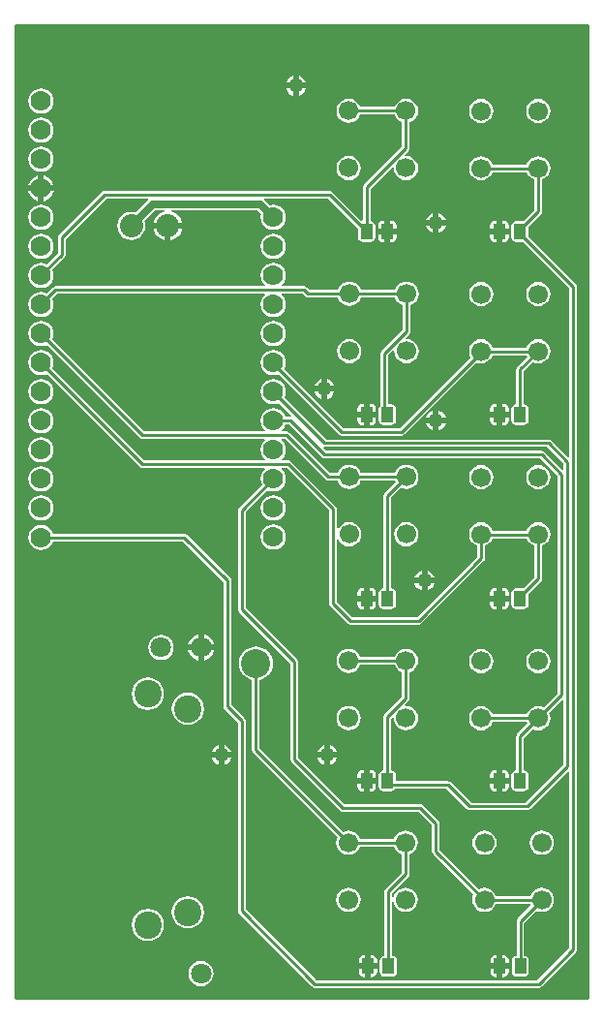
<source format=gtl>
G04*
G04 #@! TF.GenerationSoftware,Altium Limited,Altium Designer,19.1.8 (144)*
G04*
G04 Layer_Physical_Order=1*
G04 Layer_Color=255*
%FSLAX25Y25*%
%MOIN*%
G70*
G01*
G75*
%ADD10C,0.01000*%
G04:AMPARAMS|DCode=14|XSize=55mil|YSize=43mil|CornerRadius=7.96mil|HoleSize=0mil|Usage=FLASHONLY|Rotation=270.000|XOffset=0mil|YOffset=0mil|HoleType=Round|Shape=RoundedRectangle|*
%AMROUNDEDRECTD14*
21,1,0.05500,0.02709,0,0,270.0*
21,1,0.03909,0.04300,0,0,270.0*
1,1,0.01591,-0.01355,-0.01955*
1,1,0.01591,-0.01355,0.01955*
1,1,0.01591,0.01355,0.01955*
1,1,0.01591,0.01355,-0.01955*
%
%ADD14ROUNDEDRECTD14*%
%ADD23C,0.02500*%
%ADD24C,0.06693*%
%ADD25C,0.08000*%
%ADD26C,0.09449*%
%ADD27C,0.07087*%
%ADD28C,0.07000*%
%ADD29C,0.05000*%
%ADD30C,0.10000*%
G36*
X590551Y393701D02*
X393701D01*
Y728346D01*
X590551D01*
Y393701D01*
D02*
G37*
%LPC*%
G36*
X491157Y711051D02*
Y708677D01*
X493532D01*
X493215Y709442D01*
X492654Y710173D01*
X491923Y710734D01*
X491157Y711051D01*
D02*
G37*
G36*
X489157D02*
X488392Y710734D01*
X487661Y710173D01*
X487100Y709442D01*
X486783Y708677D01*
X489157D01*
Y711051D01*
D02*
G37*
G36*
X493532Y706677D02*
X491157D01*
Y704303D01*
X491923Y704620D01*
X492654Y705181D01*
X493215Y705912D01*
X493532Y706677D01*
D02*
G37*
G36*
X489157D02*
X486783D01*
X487100Y705912D01*
X487661Y705181D01*
X488392Y704620D01*
X489157Y704303D01*
Y706677D01*
D02*
G37*
G36*
X528051Y703198D02*
X526969Y703055D01*
X525960Y702638D01*
X525094Y701973D01*
X524429Y701107D01*
X524112Y700341D01*
X512305D01*
X511988Y701107D01*
X511323Y701973D01*
X510457Y702638D01*
X509449Y703055D01*
X508366Y703198D01*
X507284Y703055D01*
X506275Y702638D01*
X505409Y701973D01*
X504744Y701107D01*
X504326Y700098D01*
X504184Y699016D01*
X504326Y697933D01*
X504744Y696925D01*
X505409Y696059D01*
X506275Y695394D01*
X507284Y694976D01*
X508366Y694834D01*
X509449Y694976D01*
X510457Y695394D01*
X511323Y696059D01*
X511988Y696925D01*
X512305Y697690D01*
X524112D01*
X524429Y696925D01*
X525094Y696059D01*
X525960Y695394D01*
X526726Y695077D01*
Y686734D01*
X513623Y673631D01*
X513336Y673201D01*
X513235Y672694D01*
Y661387D01*
X512735Y661180D01*
X502702Y671213D01*
X502272Y671500D01*
X501765Y671601D01*
X424213D01*
X423705Y671500D01*
X423275Y671213D01*
X408512Y656449D01*
X408224Y656019D01*
X408123Y655512D01*
Y649959D01*
X404328Y646163D01*
X403485Y646512D01*
X402362Y646660D01*
X401240Y646512D01*
X400194Y646079D01*
X399295Y645390D01*
X398606Y644491D01*
X398173Y643445D01*
X398025Y642323D01*
X398173Y641200D01*
X398606Y640154D01*
X399295Y639256D01*
X400194Y638567D01*
X401240Y638133D01*
X402362Y637986D01*
X403485Y638133D01*
X404531Y638567D01*
X405429Y639256D01*
X406118Y640154D01*
X406552Y641200D01*
X406699Y642323D01*
X406552Y643445D01*
X406202Y644288D01*
X410386Y648472D01*
X410673Y648902D01*
X410774Y649409D01*
Y654963D01*
X424762Y668950D01*
X439380D01*
X439531Y668450D01*
X439467Y668407D01*
X439467Y668407D01*
X435048Y663988D01*
X434718Y664125D01*
X433465Y664290D01*
X432211Y664125D01*
X431044Y663642D01*
X430041Y662872D01*
X429272Y661869D01*
X428788Y660702D01*
X428623Y659449D01*
X428788Y658196D01*
X429272Y657028D01*
X430041Y656025D01*
X431044Y655256D01*
X432211Y654772D01*
X433465Y654607D01*
X434718Y654772D01*
X435885Y655256D01*
X436888Y656025D01*
X437657Y657028D01*
X438141Y658196D01*
X438306Y659449D01*
X438141Y660702D01*
X438004Y661032D01*
X441811Y664839D01*
X444868D01*
X444901Y664339D01*
X444758Y664320D01*
X443541Y663816D01*
X442497Y663015D01*
X441695Y661970D01*
X441192Y660754D01*
X441152Y660449D01*
X450975D01*
X450934Y660754D01*
X450430Y661970D01*
X449629Y663015D01*
X448585Y663816D01*
X447368Y664320D01*
X447225Y664339D01*
X447258Y664839D01*
X476890D01*
X478205Y663524D01*
X478173Y663445D01*
X478025Y662323D01*
X478173Y661200D01*
X478606Y660154D01*
X479295Y659256D01*
X480194Y658567D01*
X481240Y658134D01*
X482362Y657986D01*
X483485Y658134D01*
X484531Y658567D01*
X485429Y659256D01*
X486118Y660154D01*
X486552Y661200D01*
X486699Y662323D01*
X486552Y663445D01*
X486118Y664491D01*
X485429Y665390D01*
X484531Y666079D01*
X483485Y666512D01*
X482362Y666660D01*
X481240Y666512D01*
X481161Y666480D01*
X479234Y668407D01*
X479170Y668450D01*
X479321Y668950D01*
X501216D01*
X511555Y658611D01*
X511579Y658595D01*
Y655526D01*
X511703Y654903D01*
X512055Y654376D01*
X512583Y654023D01*
X513206Y653899D01*
X515915D01*
X516537Y654023D01*
X517065Y654376D01*
X517418Y654903D01*
X517542Y655526D01*
Y659435D01*
X517418Y660057D01*
X517065Y660585D01*
X516537Y660938D01*
X515915Y661062D01*
X515886D01*
Y672145D01*
X523440Y679699D01*
X523888Y679478D01*
X523869Y679331D01*
X524012Y678248D01*
X524429Y677240D01*
X525094Y676373D01*
X525960Y675709D01*
X526969Y675291D01*
X528051Y675148D01*
X529134Y675291D01*
X530142Y675709D01*
X531008Y676373D01*
X531673Y677240D01*
X532091Y678248D01*
X532233Y679331D01*
X532091Y680413D01*
X531673Y681422D01*
X531008Y682288D01*
X530142Y682953D01*
X529134Y683370D01*
X528051Y683513D01*
X527904Y683494D01*
X527683Y683942D01*
X528988Y685247D01*
X529276Y685677D01*
X529377Y686185D01*
Y695077D01*
X530142Y695394D01*
X531008Y696059D01*
X531673Y696925D01*
X532091Y697933D01*
X532233Y699016D01*
X532091Y700098D01*
X531673Y701107D01*
X531008Y701973D01*
X530142Y702638D01*
X529134Y703055D01*
X528051Y703198D01*
D02*
G37*
G36*
X402362Y706660D02*
X401240Y706512D01*
X400194Y706079D01*
X399295Y705390D01*
X398606Y704491D01*
X398173Y703445D01*
X398025Y702323D01*
X398173Y701200D01*
X398606Y700154D01*
X399295Y699256D01*
X400194Y698567D01*
X401240Y698134D01*
X402362Y697986D01*
X403485Y698134D01*
X404531Y698567D01*
X405429Y699256D01*
X406118Y700154D01*
X406552Y701200D01*
X406699Y702323D01*
X406552Y703445D01*
X406118Y704491D01*
X405429Y705390D01*
X404531Y706079D01*
X403485Y706512D01*
X402362Y706660D01*
D02*
G37*
G36*
X573622Y703133D02*
X572540Y702991D01*
X571531Y702573D01*
X570665Y701908D01*
X570000Y701042D01*
X569582Y700034D01*
X569440Y698951D01*
X569582Y697869D01*
X570000Y696860D01*
X570665Y695994D01*
X571531Y695329D01*
X572540Y694911D01*
X573622Y694769D01*
X574705Y694911D01*
X575713Y695329D01*
X576579Y695994D01*
X577244Y696860D01*
X577662Y697869D01*
X577804Y698951D01*
X577662Y700034D01*
X577244Y701042D01*
X576579Y701908D01*
X575713Y702573D01*
X574705Y702991D01*
X573622Y703133D01*
D02*
G37*
G36*
X553937D02*
X552855Y702991D01*
X551846Y702573D01*
X550980Y701908D01*
X550315Y701042D01*
X549897Y700034D01*
X549755Y698951D01*
X549897Y697869D01*
X550315Y696860D01*
X550980Y695994D01*
X551846Y695329D01*
X552855Y694911D01*
X553937Y694769D01*
X555019Y694911D01*
X556028Y695329D01*
X556894Y695994D01*
X557559Y696860D01*
X557977Y697869D01*
X558119Y698951D01*
X557977Y700034D01*
X557559Y701042D01*
X556894Y701908D01*
X556028Y702573D01*
X555019Y702991D01*
X553937Y703133D01*
D02*
G37*
G36*
X402362Y696660D02*
X401240Y696512D01*
X400194Y696079D01*
X399295Y695390D01*
X398606Y694491D01*
X398173Y693445D01*
X398025Y692323D01*
X398173Y691200D01*
X398606Y690154D01*
X399295Y689256D01*
X400194Y688567D01*
X401240Y688133D01*
X402362Y687986D01*
X403485Y688133D01*
X404531Y688567D01*
X405429Y689256D01*
X406118Y690154D01*
X406552Y691200D01*
X406699Y692323D01*
X406552Y693445D01*
X406118Y694491D01*
X405429Y695390D01*
X404531Y696079D01*
X403485Y696512D01*
X402362Y696660D01*
D02*
G37*
G36*
X573622Y683448D02*
X572540Y683306D01*
X571531Y682888D01*
X570665Y682223D01*
X570000Y681357D01*
X569683Y680592D01*
X557876D01*
X557559Y681357D01*
X556894Y682223D01*
X556028Y682888D01*
X555019Y683306D01*
X553937Y683448D01*
X552855Y683306D01*
X551846Y682888D01*
X550980Y682223D01*
X550315Y681357D01*
X549897Y680349D01*
X549755Y679266D01*
X549897Y678184D01*
X550315Y677175D01*
X550980Y676309D01*
X551846Y675644D01*
X552855Y675226D01*
X553937Y675084D01*
X555019Y675226D01*
X556028Y675644D01*
X556894Y676309D01*
X557559Y677175D01*
X557876Y677941D01*
X569683D01*
X570000Y677175D01*
X570665Y676309D01*
X571531Y675644D01*
X572296Y675327D01*
Y664915D01*
X568443Y661062D01*
X565982D01*
X565359Y660938D01*
X564831Y660585D01*
X564479Y660057D01*
X564355Y659435D01*
Y655526D01*
X564479Y654903D01*
X564831Y654376D01*
X565359Y654023D01*
X565982Y653899D01*
X568443D01*
X584304Y638038D01*
Y580071D01*
X583843Y579879D01*
X578139Y585583D01*
X577709Y585870D01*
X577202Y585971D01*
X500588D01*
X486202Y600357D01*
X486552Y601200D01*
X486699Y602323D01*
X486552Y603445D01*
X486118Y604491D01*
X485429Y605390D01*
X484531Y606079D01*
X483485Y606512D01*
X482362Y606660D01*
X481240Y606512D01*
X480194Y606079D01*
X479295Y605390D01*
X478606Y604491D01*
X478173Y603445D01*
X478025Y602323D01*
X478173Y601200D01*
X478606Y600154D01*
X479295Y599256D01*
X480194Y598567D01*
X481240Y598134D01*
X482362Y597986D01*
X483485Y598134D01*
X484328Y598483D01*
X488719Y594092D01*
X488472Y593631D01*
X488386Y593648D01*
X486468D01*
X486118Y594491D01*
X485429Y595390D01*
X484531Y596079D01*
X483485Y596512D01*
X482362Y596660D01*
X481240Y596512D01*
X480194Y596079D01*
X479295Y595390D01*
X478606Y594491D01*
X478173Y593445D01*
X478025Y592323D01*
X478173Y591200D01*
X478606Y590154D01*
X479295Y589256D01*
X479470Y589122D01*
X479310Y588648D01*
X437911D01*
X406202Y620357D01*
X406552Y621200D01*
X406699Y622323D01*
X406552Y623445D01*
X406118Y624491D01*
X405429Y625390D01*
X404531Y626079D01*
X403485Y626512D01*
X402362Y626660D01*
X401240Y626512D01*
X400194Y626079D01*
X399295Y625390D01*
X398606Y624491D01*
X398173Y623445D01*
X398025Y622323D01*
X398173Y621200D01*
X398606Y620154D01*
X399295Y619256D01*
X400194Y618567D01*
X401240Y618133D01*
X402362Y617986D01*
X403485Y618133D01*
X404328Y618483D01*
X436425Y586386D01*
X436855Y586098D01*
X437362Y585997D01*
X479310D01*
X479470Y585524D01*
X479295Y585390D01*
X478606Y584491D01*
X478173Y583445D01*
X478025Y582323D01*
X478173Y581200D01*
X478606Y580154D01*
X479295Y579256D01*
X479470Y579122D01*
X479310Y578648D01*
X437911D01*
X406202Y610357D01*
X406552Y611200D01*
X406699Y612323D01*
X406552Y613445D01*
X406118Y614491D01*
X405429Y615390D01*
X404531Y616079D01*
X403485Y616512D01*
X402362Y616660D01*
X401240Y616512D01*
X400194Y616079D01*
X399295Y615390D01*
X398606Y614491D01*
X398173Y613445D01*
X398025Y612323D01*
X398173Y611200D01*
X398606Y610154D01*
X399295Y609256D01*
X400194Y608567D01*
X401240Y608134D01*
X402362Y607986D01*
X403485Y608134D01*
X404328Y608483D01*
X436425Y576386D01*
X436855Y576098D01*
X437362Y575997D01*
X479310D01*
X479470Y575524D01*
X479295Y575390D01*
X478606Y574491D01*
X478173Y573445D01*
X478025Y572323D01*
X478173Y571200D01*
X478522Y570357D01*
X470519Y562355D01*
X470232Y561925D01*
X470131Y561417D01*
Y527559D01*
X470232Y527052D01*
X470519Y526622D01*
X488340Y508801D01*
Y475886D01*
X488441Y475379D01*
X488728Y474949D01*
X505460Y458216D01*
X505890Y457929D01*
X506398Y457828D01*
X532423D01*
X537060Y453191D01*
Y444227D01*
X537161Y443720D01*
X537449Y443290D01*
X551396Y429343D01*
X551078Y428577D01*
X550936Y427494D01*
X551078Y426412D01*
X551496Y425403D01*
X552161Y424537D01*
X553027Y423873D01*
X554036Y423455D01*
X555118Y423312D01*
X556201Y423455D01*
X557209Y423873D01*
X558075Y424537D01*
X558740Y425403D01*
X559057Y426169D01*
X570864D01*
X571081Y425646D01*
X566484Y421050D01*
X566197Y420620D01*
X566096Y420113D01*
Y408306D01*
X566067D01*
X565444Y408182D01*
X564917Y407829D01*
X564564Y407301D01*
X564440Y406679D01*
Y402770D01*
X564564Y402147D01*
X564917Y401620D01*
X565444Y401267D01*
X566067Y401143D01*
X568776D01*
X569398Y401267D01*
X569926Y401620D01*
X570279Y402147D01*
X570402Y402770D01*
Y406679D01*
X570279Y407301D01*
X569926Y407829D01*
X569398Y408182D01*
X568776Y408306D01*
X568747D01*
Y419563D01*
X572955Y423772D01*
X573721Y423455D01*
X574803Y423312D01*
X575886Y423455D01*
X576894Y423873D01*
X577760Y424537D01*
X578425Y425403D01*
X578843Y426412D01*
X578985Y427494D01*
X578843Y428577D01*
X578425Y429586D01*
X577760Y430452D01*
X576894Y431116D01*
X575886Y431534D01*
X574803Y431677D01*
X573721Y431534D01*
X572712Y431116D01*
X571846Y430452D01*
X571181Y429586D01*
X570864Y428820D01*
X559057D01*
X558740Y429586D01*
X558075Y430452D01*
X557209Y431116D01*
X556201Y431534D01*
X555118Y431677D01*
X554036Y431534D01*
X553270Y431217D01*
X539711Y444776D01*
Y453740D01*
X539610Y454247D01*
X539323Y454677D01*
X533910Y460091D01*
X533480Y460378D01*
X532972Y460479D01*
X506947D01*
X490991Y476435D01*
Y509350D01*
X490890Y509858D01*
X490603Y510288D01*
X472782Y528108D01*
Y560868D01*
X480397Y568483D01*
X481240Y568133D01*
X482362Y567986D01*
X483485Y568133D01*
X484531Y568567D01*
X485429Y569256D01*
X486118Y570154D01*
X486552Y571200D01*
X486699Y572323D01*
X486552Y573445D01*
X486118Y574491D01*
X485429Y575390D01*
X485254Y575524D01*
X485415Y575997D01*
X487089D01*
X501627Y561459D01*
Y529528D01*
X501728Y529020D01*
X502015Y528590D01*
X507921Y522685D01*
X508351Y522398D01*
X508858Y522297D01*
X532480D01*
X532988Y522398D01*
X533418Y522685D01*
X554874Y544141D01*
X555162Y544571D01*
X555263Y545079D01*
Y549343D01*
X556028Y549660D01*
X556894Y550325D01*
X557559Y551191D01*
X557876Y551956D01*
X569683D01*
X570000Y551191D01*
X570665Y550325D01*
X571531Y549660D01*
X572296Y549343D01*
Y538537D01*
X568443Y534684D01*
X565982D01*
X565359Y534560D01*
X564831Y534207D01*
X564479Y533679D01*
X564355Y533057D01*
Y529148D01*
X564479Y528525D01*
X564831Y527998D01*
X565359Y527645D01*
X565982Y527521D01*
X568691D01*
X569313Y527645D01*
X569841Y527998D01*
X570194Y528525D01*
X570318Y529148D01*
Y532809D01*
X574559Y537051D01*
X574847Y537481D01*
X574948Y537988D01*
Y549343D01*
X575713Y549660D01*
X576579Y550325D01*
X577244Y551191D01*
X577662Y552200D01*
X577804Y553282D01*
X577662Y554364D01*
X577244Y555373D01*
X576579Y556239D01*
X575713Y556904D01*
X574705Y557322D01*
X573622Y557464D01*
X572540Y557322D01*
X571531Y556904D01*
X570665Y556239D01*
X570000Y555373D01*
X569683Y554607D01*
X557876D01*
X557559Y555373D01*
X556894Y556239D01*
X556028Y556904D01*
X555019Y557322D01*
X553937Y557464D01*
X552855Y557322D01*
X551846Y556904D01*
X550980Y556239D01*
X550315Y555373D01*
X549897Y554364D01*
X549755Y553282D01*
X549897Y552200D01*
X550315Y551191D01*
X550980Y550325D01*
X551846Y549660D01*
X552611Y549343D01*
Y545628D01*
X531931Y524948D01*
X509407D01*
X504278Y530077D01*
Y551311D01*
X504778Y551411D01*
X504843Y551255D01*
X505507Y550389D01*
X506374Y549725D01*
X507382Y549307D01*
X508465Y549164D01*
X509547Y549307D01*
X510556Y549725D01*
X511422Y550389D01*
X512086Y551255D01*
X512504Y552264D01*
X512647Y553346D01*
X512504Y554429D01*
X512086Y555438D01*
X511422Y556304D01*
X510556Y556968D01*
X509547Y557386D01*
X508465Y557529D01*
X507382Y557386D01*
X506374Y556968D01*
X505507Y556304D01*
X504843Y555438D01*
X504778Y555282D01*
X504278Y555381D01*
Y562008D01*
X504177Y562515D01*
X503890Y562945D01*
X488575Y578260D01*
X488145Y578547D01*
X487638Y578648D01*
X485415D01*
X485254Y579122D01*
X485429Y579256D01*
X486118Y580154D01*
X486552Y581200D01*
X486699Y582323D01*
X486552Y583445D01*
X486118Y584491D01*
X485429Y585390D01*
X485254Y585524D01*
X485415Y585997D01*
X486498D01*
X500401Y572094D01*
X500831Y571807D01*
X501339Y571706D01*
X504526D01*
X504843Y570940D01*
X505507Y570074D01*
X506374Y569410D01*
X507382Y568992D01*
X508465Y568849D01*
X509547Y568992D01*
X510556Y569410D01*
X511422Y570074D01*
X512086Y570940D01*
X512404Y571706D01*
X524211D01*
X524427Y571183D01*
X520723Y567479D01*
X520436Y567049D01*
X520335Y566542D01*
Y534684D01*
X520306D01*
X519683Y534560D01*
X519155Y534207D01*
X518803Y533679D01*
X518679Y533057D01*
Y529148D01*
X518803Y528525D01*
X519155Y527998D01*
X519683Y527645D01*
X520306Y527521D01*
X523015D01*
X523637Y527645D01*
X524165Y527998D01*
X524518Y528525D01*
X524642Y529148D01*
Y533057D01*
X524518Y533679D01*
X524165Y534207D01*
X523637Y534560D01*
X523015Y534684D01*
X522986D01*
Y565993D01*
X526302Y569309D01*
X527067Y568992D01*
X528150Y568849D01*
X529232Y568992D01*
X530241Y569410D01*
X531107Y570074D01*
X531772Y570940D01*
X532189Y571949D01*
X532332Y573032D01*
X532189Y574114D01*
X531772Y575123D01*
X531107Y575989D01*
X530241Y576653D01*
X529232Y577071D01*
X528150Y577214D01*
X527067Y577071D01*
X526058Y576653D01*
X525192Y575989D01*
X524528Y575123D01*
X524211Y574357D01*
X512404D01*
X512086Y575123D01*
X511422Y575989D01*
X510556Y576653D01*
X509547Y577071D01*
X508465Y577214D01*
X507382Y577071D01*
X506374Y576653D01*
X505507Y575989D01*
X504843Y575123D01*
X504526Y574357D01*
X501888D01*
X487985Y588260D01*
X487555Y588547D01*
X487047Y588648D01*
X485415D01*
X485254Y589122D01*
X485429Y589256D01*
X486118Y590154D01*
X486468Y590997D01*
X487837D01*
X499063Y579771D01*
X499493Y579484D01*
X500000Y579383D01*
X574254D01*
X580367Y573270D01*
Y498614D01*
X575470Y493717D01*
X574705Y494034D01*
X573622Y494177D01*
X572540Y494034D01*
X571531Y493616D01*
X570665Y492952D01*
X570000Y492086D01*
X569683Y491320D01*
X557876D01*
X557559Y492086D01*
X556894Y492952D01*
X556028Y493616D01*
X555019Y494034D01*
X553937Y494177D01*
X552855Y494034D01*
X551846Y493616D01*
X550980Y492952D01*
X550315Y492086D01*
X549897Y491077D01*
X549755Y489994D01*
X549897Y488912D01*
X550315Y487903D01*
X550980Y487037D01*
X551846Y486373D01*
X552855Y485955D01*
X553937Y485812D01*
X555019Y485955D01*
X556028Y486373D01*
X556894Y487037D01*
X557559Y487903D01*
X557876Y488669D01*
X569683D01*
X569899Y488146D01*
X566399Y484646D01*
X566112Y484216D01*
X566011Y483709D01*
Y472085D01*
X565982D01*
X565359Y471961D01*
X564831Y471609D01*
X564479Y471081D01*
X564355Y470459D01*
Y466549D01*
X564479Y465927D01*
X564831Y465399D01*
X565359Y465047D01*
X565982Y464923D01*
X568691D01*
X569313Y465047D01*
X569841Y465399D01*
X570194Y465927D01*
X570318Y466549D01*
Y470459D01*
X570194Y471081D01*
X569841Y471609D01*
X569313Y471961D01*
X568691Y472085D01*
X568662D01*
Y483160D01*
X571774Y486272D01*
X572540Y485955D01*
X573622Y485812D01*
X574705Y485955D01*
X575713Y486373D01*
X576579Y487037D01*
X577244Y487903D01*
X577662Y488912D01*
X577804Y489994D01*
X577662Y491077D01*
X577345Y491843D01*
X581906Y496404D01*
X582367Y496212D01*
Y474006D01*
X569333Y460971D01*
X550529D01*
X543514Y467987D01*
X543084Y468274D01*
X542576Y468375D01*
X524642D01*
Y470459D01*
X524518Y471081D01*
X524165Y471609D01*
X523637Y471961D01*
X523015Y472085D01*
X522986D01*
Y489973D01*
X523440Y490427D01*
X523888Y490206D01*
X523869Y490059D01*
X524012Y488977D01*
X524429Y487968D01*
X525094Y487102D01*
X525960Y486437D01*
X526969Y486019D01*
X528051Y485877D01*
X529134Y486019D01*
X530142Y486437D01*
X531008Y487102D01*
X531673Y487968D01*
X532091Y488977D01*
X532233Y490059D01*
X532091Y491142D01*
X531673Y492150D01*
X531008Y493016D01*
X530142Y493681D01*
X529134Y494099D01*
X528051Y494241D01*
X527904Y494222D01*
X527683Y494670D01*
X528988Y495976D01*
X529276Y496406D01*
X529377Y496913D01*
Y505805D01*
X530142Y506122D01*
X531008Y506787D01*
X531673Y507653D01*
X532091Y508662D01*
X532233Y509744D01*
X532091Y510827D01*
X531673Y511835D01*
X531008Y512701D01*
X530142Y513366D01*
X529134Y513784D01*
X528051Y513926D01*
X526969Y513784D01*
X525960Y513366D01*
X525094Y512701D01*
X524429Y511835D01*
X524112Y511070D01*
X512305D01*
X511988Y511835D01*
X511323Y512701D01*
X510457Y513366D01*
X509449Y513784D01*
X508366Y513926D01*
X507284Y513784D01*
X506275Y513366D01*
X505409Y512701D01*
X504744Y511835D01*
X504326Y510827D01*
X504184Y509744D01*
X504326Y508662D01*
X504744Y507653D01*
X505409Y506787D01*
X506275Y506122D01*
X507284Y505704D01*
X508366Y505562D01*
X509449Y505704D01*
X510457Y506122D01*
X511323Y506787D01*
X511988Y507653D01*
X512305Y508419D01*
X524112D01*
X524429Y507653D01*
X525094Y506787D01*
X525960Y506122D01*
X526726Y505805D01*
Y497462D01*
X520723Y491459D01*
X520436Y491029D01*
X520335Y490522D01*
Y472085D01*
X520306D01*
X519683Y471961D01*
X519155Y471609D01*
X518803Y471081D01*
X518679Y470459D01*
Y466549D01*
X518803Y465927D01*
X519155Y465399D01*
X519683Y465047D01*
X520306Y464923D01*
X523015D01*
X523637Y465047D01*
X524165Y465399D01*
X524382Y465724D01*
X542027D01*
X549043Y458708D01*
X549473Y458421D01*
X549980Y458320D01*
X569882D01*
X570389Y458421D01*
X570819Y458708D01*
X583906Y471795D01*
X584367Y471603D01*
Y411045D01*
X573270Y399948D01*
X497198D01*
X472782Y424363D01*
Y489173D01*
X472681Y489680D01*
X472394Y490110D01*
X467861Y494643D01*
Y537402D01*
X467760Y537909D01*
X467473Y538339D01*
X452650Y553162D01*
X452220Y553449D01*
X451713Y553550D01*
X406467D01*
X406118Y554393D01*
X405429Y555291D01*
X404531Y555980D01*
X403485Y556414D01*
X402362Y556562D01*
X401240Y556414D01*
X400194Y555980D01*
X399295Y555291D01*
X398606Y554393D01*
X398173Y553347D01*
X398025Y552224D01*
X398173Y551102D01*
X398606Y550056D01*
X399295Y549158D01*
X400194Y548468D01*
X401240Y548035D01*
X402362Y547887D01*
X403485Y548035D01*
X404531Y548468D01*
X405429Y549158D01*
X406118Y550056D01*
X406467Y550899D01*
X451163D01*
X465210Y536853D01*
Y494095D01*
X465311Y493587D01*
X465598Y493157D01*
X470131Y488624D01*
Y423814D01*
X470232Y423307D01*
X470519Y422877D01*
X495712Y397685D01*
X496142Y397397D01*
X496649Y397297D01*
X573819D01*
X574326Y397397D01*
X574756Y397685D01*
X586630Y409559D01*
X586917Y409989D01*
X587018Y410496D01*
Y578983D01*
X586955Y579299D01*
Y638587D01*
X586855Y639094D01*
X586567Y639524D01*
X570318Y655774D01*
Y659187D01*
X574559Y663429D01*
X574847Y663859D01*
X574948Y664366D01*
Y675327D01*
X575713Y675644D01*
X576579Y676309D01*
X577244Y677175D01*
X577662Y678184D01*
X577804Y679266D01*
X577662Y680349D01*
X577244Y681357D01*
X576579Y682223D01*
X575713Y682888D01*
X574705Y683306D01*
X573622Y683448D01*
D02*
G37*
G36*
X402362Y686660D02*
X401240Y686512D01*
X400194Y686079D01*
X399295Y685390D01*
X398606Y684491D01*
X398173Y683445D01*
X398025Y682323D01*
X398173Y681200D01*
X398606Y680154D01*
X399295Y679256D01*
X400194Y678567D01*
X401240Y678133D01*
X402362Y677986D01*
X403485Y678133D01*
X404531Y678567D01*
X405429Y679256D01*
X406118Y680154D01*
X406552Y681200D01*
X406699Y682323D01*
X406552Y683445D01*
X406118Y684491D01*
X405429Y685390D01*
X404531Y686079D01*
X403485Y686512D01*
X402362Y686660D01*
D02*
G37*
G36*
X508366Y683513D02*
X507284Y683370D01*
X506275Y682953D01*
X505409Y682288D01*
X504744Y681422D01*
X504326Y680413D01*
X504184Y679331D01*
X504326Y678248D01*
X504744Y677240D01*
X505409Y676373D01*
X506275Y675709D01*
X507284Y675291D01*
X508366Y675148D01*
X509449Y675291D01*
X510457Y675709D01*
X511323Y676373D01*
X511988Y677240D01*
X512406Y678248D01*
X512548Y679331D01*
X512406Y680413D01*
X511988Y681422D01*
X511323Y682288D01*
X510457Y682953D01*
X509449Y683370D01*
X508366Y683513D01*
D02*
G37*
G36*
X403362Y676730D02*
Y673323D01*
X406769D01*
X406746Y673498D01*
X406293Y674592D01*
X405572Y675532D01*
X404632Y676254D01*
X403537Y676707D01*
X403362Y676730D01*
D02*
G37*
G36*
X401362Y676730D02*
X401187Y676707D01*
X400093Y676254D01*
X399153Y675532D01*
X398431Y674592D01*
X397978Y673498D01*
X397955Y673323D01*
X401362D01*
Y676730D01*
D02*
G37*
G36*
Y671323D02*
X397955D01*
X397978Y671148D01*
X398431Y670053D01*
X399153Y669113D01*
X400093Y668392D01*
X401187Y667939D01*
X401362Y667916D01*
Y671323D01*
D02*
G37*
G36*
X406769D02*
X403362D01*
Y667916D01*
X403537Y667939D01*
X404632Y668392D01*
X405572Y669113D01*
X406293Y670053D01*
X406746Y671148D01*
X406769Y671323D01*
D02*
G37*
G36*
X539386Y663807D02*
Y661433D01*
X541760D01*
X541443Y662198D01*
X540882Y662929D01*
X540151Y663490D01*
X539386Y663807D01*
D02*
G37*
G36*
X537386D02*
X536621Y663490D01*
X535890Y662929D01*
X535329Y662198D01*
X535012Y661433D01*
X537386D01*
Y663807D01*
D02*
G37*
G36*
X561591Y661266D02*
X561236D01*
Y658480D01*
X563421D01*
Y659435D01*
X563282Y660135D01*
X562885Y660729D01*
X562291Y661126D01*
X561591Y661266D01*
D02*
G37*
G36*
X559236D02*
X558882D01*
X558181Y661126D01*
X557587Y660729D01*
X557190Y660135D01*
X557051Y659435D01*
Y658480D01*
X559236D01*
Y661266D01*
D02*
G37*
G36*
X523015D02*
X522660D01*
Y658480D01*
X524845D01*
Y659435D01*
X524706Y660135D01*
X524309Y660729D01*
X523715Y661126D01*
X523015Y661266D01*
D02*
G37*
G36*
X520660D02*
X520306D01*
X519605Y661126D01*
X519011Y660729D01*
X518614Y660135D01*
X518475Y659435D01*
Y658480D01*
X520660D01*
Y661266D01*
D02*
G37*
G36*
X402362Y666660D02*
X401240Y666512D01*
X400194Y666079D01*
X399295Y665390D01*
X398606Y664491D01*
X398173Y663445D01*
X398025Y662323D01*
X398173Y661200D01*
X398606Y660154D01*
X399295Y659256D01*
X400194Y658567D01*
X401240Y658134D01*
X402362Y657986D01*
X403485Y658134D01*
X404531Y658567D01*
X405429Y659256D01*
X406118Y660154D01*
X406552Y661200D01*
X406699Y662323D01*
X406552Y663445D01*
X406118Y664491D01*
X405429Y665390D01*
X404531Y666079D01*
X403485Y666512D01*
X402362Y666660D01*
D02*
G37*
G36*
X541760Y659433D02*
X539386D01*
Y657059D01*
X540151Y657376D01*
X540882Y657937D01*
X541443Y658668D01*
X541760Y659433D01*
D02*
G37*
G36*
X537386D02*
X535012D01*
X535329Y658668D01*
X535890Y657937D01*
X536621Y657376D01*
X537386Y657059D01*
Y659433D01*
D02*
G37*
G36*
X450975Y658449D02*
X447063D01*
Y654537D01*
X447368Y654577D01*
X448585Y655081D01*
X449629Y655883D01*
X450430Y656927D01*
X450934Y658144D01*
X450975Y658449D01*
D02*
G37*
G36*
X445063D02*
X441152D01*
X441192Y658144D01*
X441695Y656927D01*
X442497Y655883D01*
X443541Y655081D01*
X444758Y654577D01*
X445063Y654537D01*
Y658449D01*
D02*
G37*
G36*
X563421Y656480D02*
X561236D01*
Y653695D01*
X561591D01*
X562291Y653834D01*
X562885Y654231D01*
X563282Y654825D01*
X563421Y655526D01*
Y656480D01*
D02*
G37*
G36*
X559236D02*
X557051D01*
Y655526D01*
X557190Y654825D01*
X557587Y654231D01*
X558181Y653834D01*
X558882Y653695D01*
X559236D01*
Y656480D01*
D02*
G37*
G36*
X524845Y656480D02*
X522660D01*
Y653695D01*
X523015D01*
X523715Y653834D01*
X524309Y654231D01*
X524706Y654825D01*
X524845Y655526D01*
Y656480D01*
D02*
G37*
G36*
X520660D02*
X518475D01*
Y655526D01*
X518614Y654825D01*
X519011Y654231D01*
X519605Y653834D01*
X520306Y653695D01*
X520660D01*
Y656480D01*
D02*
G37*
G36*
X482362Y656660D02*
X481240Y656512D01*
X480194Y656079D01*
X479295Y655390D01*
X478606Y654491D01*
X478173Y653445D01*
X478025Y652323D01*
X478173Y651200D01*
X478606Y650154D01*
X479295Y649256D01*
X480194Y648567D01*
X481240Y648134D01*
X482362Y647986D01*
X483485Y648134D01*
X484531Y648567D01*
X485429Y649256D01*
X486118Y650154D01*
X486552Y651200D01*
X486699Y652323D01*
X486552Y653445D01*
X486118Y654491D01*
X485429Y655390D01*
X484531Y656079D01*
X483485Y656512D01*
X482362Y656660D01*
D02*
G37*
G36*
X402362D02*
X401240Y656512D01*
X400194Y656079D01*
X399295Y655390D01*
X398606Y654491D01*
X398173Y653445D01*
X398025Y652323D01*
X398173Y651200D01*
X398606Y650154D01*
X399295Y649256D01*
X400194Y648567D01*
X401240Y648134D01*
X402362Y647986D01*
X403485Y648134D01*
X404531Y648567D01*
X405429Y649256D01*
X406118Y650154D01*
X406552Y651200D01*
X406699Y652323D01*
X406552Y653445D01*
X406118Y654491D01*
X405429Y655390D01*
X404531Y656079D01*
X403485Y656512D01*
X402362Y656660D01*
D02*
G37*
G36*
X482362Y646660D02*
X481240Y646512D01*
X480194Y646079D01*
X479295Y645390D01*
X478606Y644491D01*
X478173Y643445D01*
X478025Y642323D01*
X478173Y641200D01*
X478606Y640154D01*
X479295Y639256D01*
X479470Y639122D01*
X479310Y638648D01*
X407362D01*
X406855Y638547D01*
X406425Y638260D01*
X404328Y636163D01*
X403485Y636512D01*
X402362Y636660D01*
X401240Y636512D01*
X400194Y636079D01*
X399295Y635390D01*
X398606Y634491D01*
X398173Y633445D01*
X398025Y632323D01*
X398173Y631200D01*
X398606Y630154D01*
X399295Y629256D01*
X400194Y628567D01*
X401240Y628133D01*
X402362Y627986D01*
X403485Y628133D01*
X404531Y628567D01*
X405429Y629256D01*
X406118Y630154D01*
X406552Y631200D01*
X406699Y632323D01*
X406552Y633445D01*
X406202Y634288D01*
X407911Y635997D01*
X479310D01*
X479470Y635524D01*
X479295Y635390D01*
X478606Y634491D01*
X478173Y633445D01*
X478025Y632323D01*
X478173Y631200D01*
X478606Y630154D01*
X479295Y629256D01*
X480194Y628567D01*
X481240Y628133D01*
X482362Y627986D01*
X483485Y628133D01*
X484531Y628567D01*
X485429Y629256D01*
X486118Y630154D01*
X486552Y631200D01*
X486699Y632323D01*
X486552Y633445D01*
X486118Y634491D01*
X485429Y635390D01*
X485254Y635524D01*
X485415Y635997D01*
X492458D01*
X493369Y635086D01*
X493799Y634799D01*
X494306Y634698D01*
X504624D01*
X504941Y633932D01*
X505606Y633066D01*
X506472Y632402D01*
X507480Y631984D01*
X508563Y631841D01*
X509645Y631984D01*
X510654Y632402D01*
X511520Y633066D01*
X512185Y633932D01*
X512502Y634698D01*
X524309D01*
X524626Y633932D01*
X525291Y633066D01*
X526157Y632402D01*
X526922Y632085D01*
Y623745D01*
X519732Y616555D01*
X519445Y616125D01*
X519344Y615618D01*
Y597719D01*
X519155Y597593D01*
X518803Y597065D01*
X518679Y596443D01*
Y592534D01*
X518803Y591911D01*
X519155Y591383D01*
X519683Y591031D01*
X520306Y590907D01*
X523015D01*
X523637Y591031D01*
X524165Y591383D01*
X524518Y591911D01*
X524642Y592534D01*
Y596443D01*
X524518Y597065D01*
X524165Y597593D01*
X523637Y597946D01*
X523015Y598069D01*
X521995D01*
Y615069D01*
X523637Y616711D01*
X524086Y616490D01*
X524066Y616338D01*
X524208Y615256D01*
X524626Y614247D01*
X525291Y613381D01*
X526157Y612716D01*
X527165Y612299D01*
X528248Y612156D01*
X529330Y612299D01*
X530339Y612716D01*
X531205Y613381D01*
X531870Y614247D01*
X532288Y615256D01*
X532430Y616338D01*
X532288Y617421D01*
X531870Y618430D01*
X531205Y619296D01*
X530339Y619960D01*
X529330Y620378D01*
X528248Y620521D01*
X528096Y620501D01*
X527875Y620949D01*
X529185Y622259D01*
X529472Y622689D01*
X529573Y623196D01*
Y632084D01*
X530339Y632402D01*
X531205Y633066D01*
X531870Y633932D01*
X532288Y634941D01*
X532430Y636024D01*
X532288Y637106D01*
X531870Y638115D01*
X531205Y638981D01*
X530339Y639645D01*
X529330Y640063D01*
X528248Y640206D01*
X527165Y640063D01*
X526157Y639645D01*
X525291Y638981D01*
X524626Y638115D01*
X524309Y637349D01*
X512502D01*
X512185Y638115D01*
X511520Y638981D01*
X510654Y639645D01*
X509645Y640063D01*
X508563Y640206D01*
X507480Y640063D01*
X506472Y639645D01*
X505606Y638981D01*
X504941Y638115D01*
X504624Y637349D01*
X494855D01*
X493944Y638260D01*
X493514Y638547D01*
X493007Y638648D01*
X485415D01*
X485254Y639122D01*
X485429Y639256D01*
X486118Y640154D01*
X486552Y641200D01*
X486699Y642323D01*
X486552Y643445D01*
X486118Y644491D01*
X485429Y645390D01*
X484531Y646079D01*
X483485Y646512D01*
X482362Y646660D01*
D02*
G37*
G36*
X573622Y640141D02*
X572540Y639999D01*
X571531Y639581D01*
X570665Y638916D01*
X570000Y638050D01*
X569582Y637041D01*
X569440Y635959D01*
X569582Y634876D01*
X570000Y633868D01*
X570665Y633002D01*
X571531Y632337D01*
X572540Y631919D01*
X573622Y631777D01*
X574705Y631919D01*
X575713Y632337D01*
X576579Y633002D01*
X577244Y633868D01*
X577662Y634876D01*
X577804Y635959D01*
X577662Y637041D01*
X577244Y638050D01*
X576579Y638916D01*
X575713Y639581D01*
X574705Y639999D01*
X573622Y640141D01*
D02*
G37*
G36*
X553937D02*
X552855Y639999D01*
X551846Y639581D01*
X550980Y638916D01*
X550315Y638050D01*
X549897Y637041D01*
X549755Y635959D01*
X549897Y634876D01*
X550315Y633868D01*
X550980Y633002D01*
X551846Y632337D01*
X552855Y631919D01*
X553937Y631777D01*
X555019Y631919D01*
X556028Y632337D01*
X556894Y633002D01*
X557559Y633868D01*
X557977Y634876D01*
X558119Y635959D01*
X557977Y637041D01*
X557559Y638050D01*
X556894Y638916D01*
X556028Y639581D01*
X555019Y639999D01*
X553937Y640141D01*
D02*
G37*
G36*
X482362Y626660D02*
X481240Y626512D01*
X480194Y626079D01*
X479295Y625390D01*
X478606Y624491D01*
X478173Y623445D01*
X478025Y622323D01*
X478173Y621200D01*
X478606Y620154D01*
X479295Y619256D01*
X480194Y618567D01*
X481240Y618133D01*
X482362Y617986D01*
X483485Y618133D01*
X484531Y618567D01*
X485429Y619256D01*
X486118Y620154D01*
X486552Y621200D01*
X486699Y622323D01*
X486552Y623445D01*
X486118Y624491D01*
X485429Y625390D01*
X484531Y626079D01*
X483485Y626512D01*
X482362Y626660D01*
D02*
G37*
G36*
X573622Y620456D02*
X572540Y620314D01*
X571531Y619896D01*
X570665Y619231D01*
X570000Y618365D01*
X569683Y617599D01*
X557876D01*
X557559Y618365D01*
X556894Y619231D01*
X556028Y619896D01*
X555019Y620314D01*
X553937Y620456D01*
X552855Y620314D01*
X551846Y619896D01*
X550980Y619231D01*
X550315Y618365D01*
X549897Y617356D01*
X549755Y616274D01*
X549897Y615191D01*
X550311Y614193D01*
X526026Y589908D01*
X506455D01*
X486145Y610218D01*
X486552Y611200D01*
X486699Y612323D01*
X486552Y613445D01*
X486118Y614491D01*
X485429Y615390D01*
X484531Y616079D01*
X483485Y616512D01*
X482362Y616660D01*
X481240Y616512D01*
X480194Y616079D01*
X479295Y615390D01*
X478606Y614491D01*
X478173Y613445D01*
X478025Y612323D01*
X478173Y611200D01*
X478606Y610154D01*
X479295Y609256D01*
X480194Y608567D01*
X481240Y608134D01*
X482362Y607986D01*
X483485Y608134D01*
X484189Y608425D01*
X504968Y587645D01*
X505398Y587358D01*
X505905Y587257D01*
X526575D01*
X527082Y587358D01*
X527512Y587645D01*
X552322Y612455D01*
X552855Y612234D01*
X553937Y612092D01*
X555019Y612234D01*
X556028Y612652D01*
X556894Y613317D01*
X557559Y614183D01*
X557876Y614948D01*
X569683D01*
X569899Y614426D01*
X566399Y610925D01*
X566112Y610495D01*
X566011Y609988D01*
Y598069D01*
X565982D01*
X565359Y597946D01*
X564831Y597593D01*
X564479Y597065D01*
X564355Y596443D01*
Y592534D01*
X564479Y591911D01*
X564831Y591383D01*
X565359Y591031D01*
X565982Y590907D01*
X568691D01*
X569313Y591031D01*
X569841Y591383D01*
X570194Y591911D01*
X570318Y592534D01*
Y596443D01*
X570194Y597065D01*
X569841Y597593D01*
X569313Y597946D01*
X568691Y598069D01*
X568662D01*
Y609439D01*
X571774Y612551D01*
X572540Y612234D01*
X573622Y612092D01*
X574705Y612234D01*
X575713Y612652D01*
X576579Y613317D01*
X577244Y614183D01*
X577662Y615191D01*
X577804Y616274D01*
X577662Y617356D01*
X577244Y618365D01*
X576579Y619231D01*
X575713Y619896D01*
X574705Y620314D01*
X573622Y620456D01*
D02*
G37*
G36*
X508563Y620521D02*
X507480Y620378D01*
X506472Y619960D01*
X505606Y619296D01*
X504941Y618430D01*
X504523Y617421D01*
X504381Y616338D01*
X504523Y615256D01*
X504941Y614247D01*
X505606Y613381D01*
X506472Y612716D01*
X507480Y612299D01*
X508563Y612156D01*
X509645Y612299D01*
X510654Y612716D01*
X511520Y613381D01*
X512185Y614247D01*
X512603Y615256D01*
X512745Y616338D01*
X512603Y617421D01*
X512185Y618430D01*
X511520Y619296D01*
X510654Y619960D01*
X509645Y620378D01*
X508563Y620521D01*
D02*
G37*
G36*
X501000Y606721D02*
Y604347D01*
X503374D01*
X503057Y605112D01*
X502496Y605843D01*
X501765Y606404D01*
X501000Y606721D01*
D02*
G37*
G36*
X499000D02*
X498235Y606404D01*
X497504Y605843D01*
X496943Y605112D01*
X496626Y604347D01*
X499000D01*
Y606721D01*
D02*
G37*
G36*
X503374Y602347D02*
X501000D01*
Y599972D01*
X501765Y600289D01*
X502496Y600850D01*
X503057Y601581D01*
X503374Y602347D01*
D02*
G37*
G36*
X499000D02*
X496626D01*
X496943Y601581D01*
X497504Y600850D01*
X498235Y600289D01*
X499000Y599972D01*
Y602347D01*
D02*
G37*
G36*
X402362Y606660D02*
X401240Y606512D01*
X400194Y606079D01*
X399295Y605390D01*
X398606Y604491D01*
X398173Y603445D01*
X398025Y602323D01*
X398173Y601200D01*
X398606Y600154D01*
X399295Y599256D01*
X400194Y598567D01*
X401240Y598134D01*
X402362Y597986D01*
X403485Y598134D01*
X404531Y598567D01*
X405429Y599256D01*
X406118Y600154D01*
X406552Y601200D01*
X406699Y602323D01*
X406552Y603445D01*
X406118Y604491D01*
X405429Y605390D01*
X404531Y606079D01*
X403485Y606512D01*
X402362Y606660D01*
D02*
G37*
G36*
X561591Y598273D02*
X561236D01*
Y595488D01*
X563421D01*
Y596443D01*
X563282Y597143D01*
X562885Y597737D01*
X562291Y598134D01*
X561591Y598273D01*
D02*
G37*
G36*
X559236D02*
X558882D01*
X558181Y598134D01*
X557587Y597737D01*
X557190Y597143D01*
X557051Y596443D01*
Y595488D01*
X559236D01*
Y598273D01*
D02*
G37*
G36*
X515915D02*
X515560D01*
Y595488D01*
X517745D01*
Y596443D01*
X517606Y597143D01*
X517209Y597737D01*
X516615Y598134D01*
X515915Y598273D01*
D02*
G37*
G36*
X513560D02*
X513206D01*
X512505Y598134D01*
X511911Y597737D01*
X511514Y597143D01*
X511375Y596443D01*
Y595488D01*
X513560D01*
Y598273D01*
D02*
G37*
G36*
X539386Y595894D02*
Y593520D01*
X541760D01*
X541443Y594285D01*
X540882Y595016D01*
X540151Y595577D01*
X539386Y595894D01*
D02*
G37*
G36*
X537386D02*
X536621Y595577D01*
X535890Y595016D01*
X535329Y594285D01*
X535012Y593520D01*
X537386D01*
Y595894D01*
D02*
G37*
G36*
X563421Y593488D02*
X561236D01*
Y590703D01*
X561591D01*
X562291Y590842D01*
X562885Y591239D01*
X563282Y591833D01*
X563421Y592534D01*
Y593488D01*
D02*
G37*
G36*
X559236D02*
X557051D01*
Y592534D01*
X557190Y591833D01*
X557587Y591239D01*
X558181Y590842D01*
X558882Y590703D01*
X559236D01*
Y593488D01*
D02*
G37*
G36*
X517745Y593488D02*
X515560D01*
Y590703D01*
X515915D01*
X516615Y590842D01*
X517209Y591239D01*
X517606Y591833D01*
X517745Y592534D01*
Y593488D01*
D02*
G37*
G36*
X513560D02*
X511375D01*
Y592534D01*
X511514Y591833D01*
X511911Y591239D01*
X512505Y590842D01*
X513206Y590703D01*
X513560D01*
Y593488D01*
D02*
G37*
G36*
X541760Y591520D02*
X539386D01*
Y589146D01*
X540151Y589462D01*
X540882Y590024D01*
X541443Y590755D01*
X541760Y591520D01*
D02*
G37*
G36*
X537386D02*
X535012D01*
X535329Y590755D01*
X535890Y590024D01*
X536621Y589462D01*
X537386Y589146D01*
Y591520D01*
D02*
G37*
G36*
X402362Y596660D02*
X401240Y596512D01*
X400194Y596079D01*
X399295Y595390D01*
X398606Y594491D01*
X398173Y593445D01*
X398025Y592323D01*
X398173Y591200D01*
X398606Y590154D01*
X399295Y589256D01*
X400194Y588567D01*
X401240Y588133D01*
X402362Y587986D01*
X403485Y588133D01*
X404531Y588567D01*
X405429Y589256D01*
X406118Y590154D01*
X406552Y591200D01*
X406699Y592323D01*
X406552Y593445D01*
X406118Y594491D01*
X405429Y595390D01*
X404531Y596079D01*
X403485Y596512D01*
X402362Y596660D01*
D02*
G37*
G36*
Y586660D02*
X401240Y586512D01*
X400194Y586079D01*
X399295Y585390D01*
X398606Y584491D01*
X398173Y583445D01*
X398025Y582323D01*
X398173Y581200D01*
X398606Y580154D01*
X399295Y579256D01*
X400194Y578567D01*
X401240Y578133D01*
X402362Y577986D01*
X403485Y578133D01*
X404531Y578567D01*
X405429Y579256D01*
X406118Y580154D01*
X406552Y581200D01*
X406699Y582323D01*
X406552Y583445D01*
X406118Y584491D01*
X405429Y585390D01*
X404531Y586079D01*
X403485Y586512D01*
X402362Y586660D01*
D02*
G37*
G36*
X573622Y577149D02*
X572540Y577007D01*
X571531Y576589D01*
X570665Y575924D01*
X570000Y575058D01*
X569582Y574049D01*
X569440Y572967D01*
X569582Y571884D01*
X570000Y570876D01*
X570665Y570010D01*
X571531Y569345D01*
X572540Y568927D01*
X573622Y568785D01*
X574705Y568927D01*
X575713Y569345D01*
X576579Y570010D01*
X577244Y570876D01*
X577662Y571884D01*
X577804Y572967D01*
X577662Y574049D01*
X577244Y575058D01*
X576579Y575924D01*
X575713Y576589D01*
X574705Y577007D01*
X573622Y577149D01*
D02*
G37*
G36*
X553937D02*
X552855Y577007D01*
X551846Y576589D01*
X550980Y575924D01*
X550315Y575058D01*
X549897Y574049D01*
X549755Y572967D01*
X549897Y571884D01*
X550315Y570876D01*
X550980Y570010D01*
X551846Y569345D01*
X552855Y568927D01*
X553937Y568785D01*
X555019Y568927D01*
X556028Y569345D01*
X556894Y570010D01*
X557559Y570876D01*
X557977Y571884D01*
X558119Y572967D01*
X557977Y574049D01*
X557559Y575058D01*
X556894Y575924D01*
X556028Y576589D01*
X555019Y577007D01*
X553937Y577149D01*
D02*
G37*
G36*
X402362Y576660D02*
X401240Y576512D01*
X400194Y576079D01*
X399295Y575390D01*
X398606Y574491D01*
X398173Y573445D01*
X398025Y572323D01*
X398173Y571200D01*
X398606Y570154D01*
X399295Y569256D01*
X400194Y568567D01*
X401240Y568133D01*
X402362Y567986D01*
X403485Y568133D01*
X404531Y568567D01*
X405429Y569256D01*
X406118Y570154D01*
X406552Y571200D01*
X406699Y572323D01*
X406552Y573445D01*
X406118Y574491D01*
X405429Y575390D01*
X404531Y576079D01*
X403485Y576512D01*
X402362Y576660D01*
D02*
G37*
G36*
X482362Y566660D02*
X481240Y566512D01*
X480194Y566079D01*
X479295Y565390D01*
X478606Y564491D01*
X478173Y563445D01*
X478025Y562323D01*
X478173Y561200D01*
X478606Y560154D01*
X479295Y559256D01*
X480194Y558567D01*
X481240Y558134D01*
X482362Y557986D01*
X483485Y558134D01*
X484531Y558567D01*
X485429Y559256D01*
X486118Y560154D01*
X486552Y561200D01*
X486699Y562323D01*
X486552Y563445D01*
X486118Y564491D01*
X485429Y565390D01*
X484531Y566079D01*
X483485Y566512D01*
X482362Y566660D01*
D02*
G37*
G36*
X402362D02*
X401240Y566512D01*
X400194Y566079D01*
X399295Y565390D01*
X398606Y564491D01*
X398173Y563445D01*
X398025Y562323D01*
X398173Y561200D01*
X398606Y560154D01*
X399295Y559256D01*
X400194Y558567D01*
X401240Y558134D01*
X402362Y557986D01*
X403485Y558134D01*
X404531Y558567D01*
X405429Y559256D01*
X406118Y560154D01*
X406552Y561200D01*
X406699Y562323D01*
X406552Y563445D01*
X406118Y564491D01*
X405429Y565390D01*
X404531Y566079D01*
X403485Y566512D01*
X402362Y566660D01*
D02*
G37*
G36*
X528150Y557529D02*
X527067Y557386D01*
X526058Y556968D01*
X525192Y556304D01*
X524528Y555438D01*
X524110Y554429D01*
X523967Y553346D01*
X524110Y552264D01*
X524528Y551255D01*
X525192Y550389D01*
X526058Y549725D01*
X527067Y549307D01*
X528150Y549164D01*
X529232Y549307D01*
X530241Y549725D01*
X531107Y550389D01*
X531772Y551255D01*
X532189Y552264D01*
X532332Y553346D01*
X532189Y554429D01*
X531772Y555438D01*
X531107Y556304D01*
X530241Y556968D01*
X529232Y557386D01*
X528150Y557529D01*
D02*
G37*
G36*
X482362Y556660D02*
X481240Y556512D01*
X480194Y556079D01*
X479295Y555390D01*
X478606Y554491D01*
X478173Y553445D01*
X478025Y552323D01*
X478173Y551200D01*
X478606Y550154D01*
X479295Y549256D01*
X480194Y548567D01*
X481240Y548134D01*
X482362Y547986D01*
X483485Y548134D01*
X484531Y548567D01*
X485429Y549256D01*
X486118Y550154D01*
X486552Y551200D01*
X486699Y552323D01*
X486552Y553445D01*
X486118Y554491D01*
X485429Y555390D01*
X484531Y556079D01*
X483485Y556512D01*
X482362Y556660D01*
D02*
G37*
G36*
X535449Y540776D02*
Y538402D01*
X537823D01*
X537506Y539167D01*
X536945Y539898D01*
X536214Y540459D01*
X535449Y540776D01*
D02*
G37*
G36*
X533449D02*
X532684Y540459D01*
X531953Y539898D01*
X531392Y539167D01*
X531075Y538402D01*
X533449D01*
Y540776D01*
D02*
G37*
G36*
X537823Y536402D02*
X535449D01*
Y534027D01*
X536214Y534344D01*
X536945Y534905D01*
X537506Y535637D01*
X537823Y536402D01*
D02*
G37*
G36*
X533449D02*
X531075D01*
X531392Y535637D01*
X531953Y534905D01*
X532684Y534344D01*
X533449Y534027D01*
Y536402D01*
D02*
G37*
G36*
X561591Y534888D02*
X561236D01*
Y532102D01*
X563421D01*
Y533057D01*
X563282Y533757D01*
X562885Y534351D01*
X562291Y534748D01*
X561591Y534888D01*
D02*
G37*
G36*
X559236D02*
X558882D01*
X558181Y534748D01*
X557587Y534351D01*
X557190Y533757D01*
X557051Y533057D01*
Y532102D01*
X559236D01*
Y534888D01*
D02*
G37*
G36*
X515915D02*
X515560D01*
Y532102D01*
X517745D01*
Y533057D01*
X517606Y533757D01*
X517209Y534351D01*
X516615Y534748D01*
X515915Y534888D01*
D02*
G37*
G36*
X513560D02*
X513206D01*
X512505Y534748D01*
X511911Y534351D01*
X511514Y533757D01*
X511375Y533057D01*
Y532102D01*
X513560D01*
Y534888D01*
D02*
G37*
G36*
X563421Y530102D02*
X561236D01*
Y527317D01*
X561591D01*
X562291Y527457D01*
X562885Y527853D01*
X563282Y528447D01*
X563421Y529148D01*
Y530102D01*
D02*
G37*
G36*
X559236D02*
X557051D01*
Y529148D01*
X557190Y528447D01*
X557587Y527853D01*
X558181Y527457D01*
X558882Y527317D01*
X559236D01*
Y530102D01*
D02*
G37*
G36*
X517745Y530102D02*
X515560D01*
Y527317D01*
X515915D01*
X516615Y527457D01*
X517209Y527853D01*
X517606Y528447D01*
X517745Y529148D01*
Y530102D01*
D02*
G37*
G36*
X513560D02*
X511375D01*
Y529148D01*
X511514Y528447D01*
X511911Y527853D01*
X512505Y527457D01*
X513206Y527317D01*
X513560D01*
Y530102D01*
D02*
G37*
G36*
X458480Y518821D02*
Y515370D01*
X461931D01*
X461907Y515556D01*
X461449Y516662D01*
X460721Y517611D01*
X459772Y518339D01*
X458666Y518797D01*
X458480Y518821D01*
D02*
G37*
G36*
X456480D02*
X456294Y518797D01*
X455189Y518339D01*
X454240Y517611D01*
X453512Y516662D01*
X453054Y515556D01*
X453029Y515370D01*
X456480D01*
Y518821D01*
D02*
G37*
G36*
X443701Y518751D02*
X442567Y518602D01*
X441510Y518164D01*
X440603Y517468D01*
X439907Y516561D01*
X439469Y515504D01*
X439320Y514370D01*
X439469Y513237D01*
X439907Y512180D01*
X440603Y511273D01*
X441510Y510576D01*
X442567Y510139D01*
X443701Y509990D01*
X444835Y510139D01*
X445891Y510576D01*
X446799Y511273D01*
X447495Y512180D01*
X447932Y513237D01*
X448082Y514370D01*
X447932Y515504D01*
X447495Y516561D01*
X446799Y517468D01*
X445891Y518164D01*
X444835Y518602D01*
X443701Y518751D01*
D02*
G37*
G36*
X461931Y513370D02*
X458480D01*
Y509920D01*
X458666Y509944D01*
X459772Y510402D01*
X460721Y511130D01*
X461449Y512079D01*
X461907Y513184D01*
X461931Y513370D01*
D02*
G37*
G36*
X456480D02*
X453029D01*
X453054Y513184D01*
X453512Y512079D01*
X454240Y511130D01*
X455189Y510402D01*
X456294Y509944D01*
X456480Y509920D01*
Y513370D01*
D02*
G37*
G36*
X573622Y513862D02*
X572540Y513719D01*
X571531Y513302D01*
X570665Y512637D01*
X570000Y511771D01*
X569582Y510762D01*
X569440Y509680D01*
X569582Y508597D01*
X570000Y507588D01*
X570665Y506722D01*
X571531Y506058D01*
X572540Y505640D01*
X573622Y505497D01*
X574705Y505640D01*
X575713Y506058D01*
X576579Y506722D01*
X577244Y507588D01*
X577662Y508597D01*
X577804Y509680D01*
X577662Y510762D01*
X577244Y511771D01*
X576579Y512637D01*
X575713Y513302D01*
X574705Y513719D01*
X573622Y513862D01*
D02*
G37*
G36*
X553937D02*
X552855Y513719D01*
X551846Y513302D01*
X550980Y512637D01*
X550315Y511771D01*
X549897Y510762D01*
X549755Y509680D01*
X549897Y508597D01*
X550315Y507588D01*
X550980Y506722D01*
X551846Y506058D01*
X552855Y505640D01*
X553937Y505497D01*
X555019Y505640D01*
X556028Y506058D01*
X556894Y506722D01*
X557559Y507588D01*
X557977Y508597D01*
X558119Y509680D01*
X557977Y510762D01*
X557559Y511771D01*
X556894Y512637D01*
X556028Y513302D01*
X555019Y513719D01*
X553937Y513862D01*
D02*
G37*
G36*
X439173Y503997D02*
X437731Y503807D01*
X436387Y503251D01*
X435233Y502365D01*
X434348Y501211D01*
X433791Y499867D01*
X433601Y498425D01*
X433791Y496983D01*
X434348Y495639D01*
X435233Y494485D01*
X436387Y493600D01*
X437731Y493043D01*
X439173Y492853D01*
X440615Y493043D01*
X441959Y493600D01*
X443113Y494485D01*
X443999Y495639D01*
X444555Y496983D01*
X444745Y498425D01*
X444555Y499867D01*
X443999Y501211D01*
X443113Y502365D01*
X441959Y503251D01*
X440615Y503807D01*
X439173Y503997D01*
D02*
G37*
G36*
X452953Y498879D02*
X451511Y498689D01*
X450167Y498133D01*
X449013Y497247D01*
X448127Y496093D01*
X447571Y494749D01*
X447381Y493307D01*
X447571Y491865D01*
X448127Y490521D01*
X449013Y489367D01*
X450167Y488482D01*
X451511Y487925D01*
X452953Y487735D01*
X454395Y487925D01*
X455739Y488482D01*
X456893Y489367D01*
X457778Y490521D01*
X458335Y491865D01*
X458525Y493307D01*
X458335Y494749D01*
X457778Y496093D01*
X456893Y497247D01*
X455739Y498133D01*
X454395Y498689D01*
X452953Y498879D01*
D02*
G37*
G36*
X508366Y494241D02*
X507284Y494099D01*
X506275Y493681D01*
X505409Y493016D01*
X504744Y492150D01*
X504326Y491142D01*
X504184Y490059D01*
X504326Y488977D01*
X504744Y487968D01*
X505409Y487102D01*
X506275Y486437D01*
X507284Y486019D01*
X508366Y485877D01*
X509449Y486019D01*
X510457Y486437D01*
X511323Y487102D01*
X511988Y487968D01*
X512406Y488977D01*
X512548Y490059D01*
X512406Y491142D01*
X511988Y492150D01*
X511323Y493016D01*
X510457Y493681D01*
X509449Y494099D01*
X508366Y494241D01*
D02*
G37*
G36*
X501984Y480736D02*
Y478362D01*
X504358D01*
X504041Y479127D01*
X503480Y479858D01*
X502749Y480419D01*
X501984Y480736D01*
D02*
G37*
G36*
X499984D02*
X499219Y480419D01*
X498488Y479858D01*
X497927Y479127D01*
X497610Y478362D01*
X499984D01*
Y480736D01*
D02*
G37*
G36*
X465567D02*
Y478362D01*
X467941D01*
X467624Y479127D01*
X467063Y479858D01*
X466332Y480419D01*
X465567Y480736D01*
D02*
G37*
G36*
X463567D02*
X462802Y480419D01*
X462071Y479858D01*
X461510Y479127D01*
X461193Y478362D01*
X463567D01*
Y480736D01*
D02*
G37*
G36*
X504358Y476362D02*
X501984D01*
Y473988D01*
X502749Y474305D01*
X503480Y474866D01*
X504041Y475597D01*
X504358Y476362D01*
D02*
G37*
G36*
X499984D02*
X497610D01*
X497927Y475597D01*
X498488Y474866D01*
X499219Y474305D01*
X499984Y473988D01*
Y476362D01*
D02*
G37*
G36*
X467941D02*
X465567D01*
Y473988D01*
X466332Y474305D01*
X467063Y474866D01*
X467624Y475597D01*
X467941Y476362D01*
D02*
G37*
G36*
X463567D02*
X461193D01*
X461510Y475597D01*
X462071Y474866D01*
X462802Y474305D01*
X463567Y473988D01*
Y476362D01*
D02*
G37*
G36*
X561591Y472289D02*
X561236D01*
Y469504D01*
X563421D01*
Y470459D01*
X563282Y471159D01*
X562885Y471753D01*
X562291Y472150D01*
X561591Y472289D01*
D02*
G37*
G36*
X559236D02*
X558882D01*
X558181Y472150D01*
X557587Y471753D01*
X557190Y471159D01*
X557051Y470459D01*
Y469504D01*
X559236D01*
Y472289D01*
D02*
G37*
G36*
X515915D02*
X515560D01*
Y469504D01*
X517745D01*
Y470459D01*
X517606Y471159D01*
X517209Y471753D01*
X516615Y472150D01*
X515915Y472289D01*
D02*
G37*
G36*
X513560D02*
X513206D01*
X512505Y472150D01*
X511911Y471753D01*
X511514Y471159D01*
X511375Y470459D01*
Y469504D01*
X513560D01*
Y472289D01*
D02*
G37*
G36*
X563421Y467504D02*
X561236D01*
Y464719D01*
X561591D01*
X562291Y464858D01*
X562885Y465255D01*
X563282Y465849D01*
X563421Y466549D01*
Y467504D01*
D02*
G37*
G36*
X559236D02*
X557051D01*
Y466549D01*
X557190Y465849D01*
X557587Y465255D01*
X558181Y464858D01*
X558882Y464719D01*
X559236D01*
Y467504D01*
D02*
G37*
G36*
X517745Y467504D02*
X515560D01*
Y464719D01*
X515915D01*
X516615Y464858D01*
X517209Y465255D01*
X517606Y465849D01*
X517745Y466549D01*
Y467504D01*
D02*
G37*
G36*
X513560D02*
X511375D01*
Y466549D01*
X511514Y465849D01*
X511911Y465255D01*
X512505Y464858D01*
X513206Y464719D01*
X513560D01*
Y467504D01*
D02*
G37*
G36*
X574803Y451362D02*
X573721Y451219D01*
X572712Y450802D01*
X571846Y450137D01*
X571181Y449271D01*
X570763Y448262D01*
X570621Y447180D01*
X570763Y446097D01*
X571181Y445088D01*
X571846Y444222D01*
X572712Y443558D01*
X573721Y443140D01*
X574803Y442997D01*
X575886Y443140D01*
X576894Y443558D01*
X577760Y444222D01*
X578425Y445088D01*
X578843Y446097D01*
X578985Y447180D01*
X578843Y448262D01*
X578425Y449271D01*
X577760Y450137D01*
X576894Y450802D01*
X575886Y451219D01*
X574803Y451362D01*
D02*
G37*
G36*
X555118D02*
X554036Y451219D01*
X553027Y450802D01*
X552161Y450137D01*
X551496Y449271D01*
X551078Y448262D01*
X550936Y447180D01*
X551078Y446097D01*
X551496Y445088D01*
X552161Y444222D01*
X553027Y443558D01*
X554036Y443140D01*
X555118Y442997D01*
X556201Y443140D01*
X557209Y443558D01*
X558075Y444222D01*
X558740Y445088D01*
X559158Y446097D01*
X559300Y447180D01*
X559158Y448262D01*
X558740Y449271D01*
X558075Y450137D01*
X557209Y450802D01*
X556201Y451219D01*
X555118Y451362D01*
D02*
G37*
G36*
X476378Y514686D02*
X475241Y514574D01*
X474148Y514243D01*
X473140Y513704D01*
X472257Y512979D01*
X471532Y512096D01*
X470994Y511089D01*
X470662Y509995D01*
X470550Y508858D01*
X470662Y507721D01*
X470994Y506628D01*
X471532Y505620D01*
X472257Y504737D01*
X473140Y504012D01*
X474148Y503474D01*
X475052Y503199D01*
Y479134D01*
X475153Y478627D01*
X475441Y478197D01*
X504545Y449092D01*
X504228Y448327D01*
X504085Y447244D01*
X504228Y446162D01*
X504646Y445153D01*
X505310Y444287D01*
X506177Y443622D01*
X507185Y443204D01*
X508268Y443062D01*
X509350Y443204D01*
X510359Y443622D01*
X511225Y444287D01*
X511890Y445153D01*
X512207Y445919D01*
X524014D01*
X524331Y445153D01*
X524996Y444287D01*
X525862Y443622D01*
X526627Y443305D01*
Y436966D01*
X521117Y431456D01*
X520829Y431026D01*
X520728Y430518D01*
Y408306D01*
X520699D01*
X520077Y408182D01*
X519549Y407829D01*
X519197Y407301D01*
X519073Y406679D01*
Y402770D01*
X519197Y402147D01*
X519549Y401620D01*
X520077Y401267D01*
X520699Y401143D01*
X523408D01*
X524031Y401267D01*
X524559Y401620D01*
X524911Y402147D01*
X525035Y402770D01*
Y406679D01*
X524911Y407301D01*
X524559Y407829D01*
X524031Y408182D01*
X523408Y408306D01*
X523379D01*
Y426699D01*
X523879Y426732D01*
X523913Y426477D01*
X524331Y425468D01*
X524996Y424602D01*
X525862Y423937D01*
X526870Y423519D01*
X527953Y423377D01*
X529035Y423519D01*
X530044Y423937D01*
X530910Y424602D01*
X531575Y425468D01*
X531992Y426477D01*
X532135Y427559D01*
X531992Y428642D01*
X531575Y429650D01*
X530910Y430516D01*
X530044Y431181D01*
X529035Y431599D01*
X527953Y431741D01*
X526870Y431599D01*
X525862Y431181D01*
X524996Y430516D01*
X524331Y429650D01*
X523913Y428642D01*
X523879Y428386D01*
X523379Y428419D01*
Y429969D01*
X528890Y435480D01*
X529177Y435910D01*
X529278Y436417D01*
Y443305D01*
X530044Y443622D01*
X530910Y444287D01*
X531575Y445153D01*
X531992Y446162D01*
X532135Y447244D01*
X531992Y448327D01*
X531575Y449335D01*
X530910Y450201D01*
X530044Y450866D01*
X529035Y451284D01*
X527953Y451426D01*
X526870Y451284D01*
X525862Y450866D01*
X524996Y450201D01*
X524331Y449335D01*
X524014Y448570D01*
X512207D01*
X511890Y449335D01*
X511225Y450201D01*
X510359Y450866D01*
X509350Y451284D01*
X508268Y451426D01*
X507185Y451284D01*
X506420Y450967D01*
X477703Y479683D01*
Y503199D01*
X478608Y503474D01*
X479616Y504012D01*
X480499Y504737D01*
X481224Y505620D01*
X481762Y506628D01*
X482094Y507721D01*
X482206Y508858D01*
X482094Y509995D01*
X481762Y511089D01*
X481224Y512096D01*
X480499Y512979D01*
X479616Y513704D01*
X478608Y514243D01*
X477515Y514574D01*
X476378Y514686D01*
D02*
G37*
G36*
X508268Y431741D02*
X507185Y431599D01*
X506177Y431181D01*
X505310Y430516D01*
X504646Y429650D01*
X504228Y428642D01*
X504085Y427559D01*
X504228Y426477D01*
X504646Y425468D01*
X505310Y424602D01*
X506177Y423937D01*
X507185Y423519D01*
X508268Y423377D01*
X509350Y423519D01*
X510359Y423937D01*
X511225Y424602D01*
X511890Y425468D01*
X512307Y426477D01*
X512450Y427559D01*
X512307Y428642D01*
X511890Y429650D01*
X511225Y430516D01*
X510359Y431181D01*
X509350Y431599D01*
X508268Y431741D01*
D02*
G37*
G36*
X452953Y428800D02*
X451511Y428611D01*
X450167Y428054D01*
X449013Y427168D01*
X448127Y426014D01*
X447571Y424671D01*
X447381Y423228D01*
X447571Y421786D01*
X448127Y420442D01*
X449013Y419288D01*
X450167Y418403D01*
X451511Y417846D01*
X452953Y417656D01*
X454395Y417846D01*
X455739Y418403D01*
X456893Y419288D01*
X457778Y420442D01*
X458335Y421786D01*
X458525Y423228D01*
X458335Y424671D01*
X457778Y426014D01*
X456893Y427168D01*
X455739Y428054D01*
X454395Y428611D01*
X452953Y428800D01*
D02*
G37*
G36*
X439173Y424470D02*
X437731Y424280D01*
X436387Y423723D01*
X435233Y422838D01*
X434348Y421684D01*
X433791Y420340D01*
X433601Y418898D01*
X433791Y417455D01*
X434348Y416112D01*
X435233Y414958D01*
X436387Y414072D01*
X437731Y413515D01*
X439173Y413326D01*
X440615Y413515D01*
X441959Y414072D01*
X443113Y414958D01*
X443999Y416112D01*
X444555Y417455D01*
X444745Y418898D01*
X444555Y420340D01*
X443999Y421684D01*
X443113Y422838D01*
X441959Y423723D01*
X440615Y424280D01*
X439173Y424470D01*
D02*
G37*
G36*
X561676Y408509D02*
X561321D01*
Y405724D01*
X563506D01*
Y406679D01*
X563367Y407379D01*
X562970Y407973D01*
X562376Y408370D01*
X561676Y408509D01*
D02*
G37*
G36*
X559321D02*
X558967D01*
X558266Y408370D01*
X557672Y407973D01*
X557275Y407379D01*
X557136Y406679D01*
Y405724D01*
X559321D01*
Y408509D01*
D02*
G37*
G36*
X516308D02*
X515954D01*
Y405724D01*
X518139D01*
Y406679D01*
X518000Y407379D01*
X517603Y407973D01*
X517009Y408370D01*
X516308Y408509D01*
D02*
G37*
G36*
X513954D02*
X513599D01*
X512899Y408370D01*
X512305Y407973D01*
X511908Y407379D01*
X511769Y406679D01*
Y405724D01*
X513954D01*
Y408509D01*
D02*
G37*
G36*
X563506Y403724D02*
X561321D01*
Y400939D01*
X561676D01*
X562376Y401079D01*
X562970Y401475D01*
X563367Y402069D01*
X563506Y402770D01*
Y403724D01*
D02*
G37*
G36*
X559321D02*
X557136D01*
Y402770D01*
X557275Y402069D01*
X557672Y401475D01*
X558266Y401079D01*
X558967Y400939D01*
X559321D01*
Y403724D01*
D02*
G37*
G36*
X518139Y403724D02*
X515954D01*
Y400939D01*
X516308D01*
X517009Y401079D01*
X517603Y401475D01*
X518000Y402069D01*
X518139Y402770D01*
Y403724D01*
D02*
G37*
G36*
X513954D02*
X511769D01*
Y402770D01*
X511908Y402069D01*
X512305Y401475D01*
X512899Y401079D01*
X513599Y400939D01*
X513954D01*
Y403724D01*
D02*
G37*
G36*
X457481Y406546D02*
X456347Y406397D01*
X455290Y405960D01*
X454383Y405263D01*
X453687Y404356D01*
X453249Y403299D01*
X453100Y402166D01*
X453249Y401032D01*
X453687Y399975D01*
X454383Y399068D01*
X455290Y398372D01*
X456347Y397934D01*
X457481Y397785D01*
X458614Y397934D01*
X459671Y398372D01*
X460578Y399068D01*
X461274Y399975D01*
X461712Y401032D01*
X461861Y402166D01*
X461712Y403299D01*
X461274Y404356D01*
X460578Y405263D01*
X459671Y405960D01*
X458614Y406397D01*
X457481Y406546D01*
D02*
G37*
%LPD*%
G36*
X500039Y583320D02*
X576653D01*
X582367Y577605D01*
Y575672D01*
X581906Y575481D01*
X575740Y581646D01*
X575310Y581933D01*
X574803Y582034D01*
X500549D01*
X499707Y582877D01*
X499953Y583337D01*
X500039Y583320D01*
D02*
G37*
D10*
X527953Y436417D02*
Y447244D01*
X522054Y430518D02*
X527953Y436417D01*
X522054Y404724D02*
Y430518D01*
X555118Y427494D02*
X574803D01*
X567421Y420113D02*
X574803Y427494D01*
X567421Y404724D02*
Y420113D01*
X402362Y552224D02*
X451713D01*
X466535Y537402D01*
Y494095D02*
Y537402D01*
Y494095D02*
X471457Y489173D01*
Y423814D02*
Y489173D01*
Y423814D02*
X496649Y398622D01*
X573819D01*
X585693Y410496D01*
Y578983D01*
X585630Y579046D02*
X585693Y578983D01*
X585630Y579046D02*
Y638587D01*
X567336Y656880D02*
X585630Y638587D01*
X567336Y656880D02*
Y657480D01*
X505905Y588583D02*
X526575D01*
X482362Y612126D02*
X505905Y588583D01*
X526575D02*
X553937Y615945D01*
X520669Y595479D02*
Y615618D01*
X528248Y623196D01*
X520669Y595479D02*
X521660Y594488D01*
X528248Y623196D02*
Y636024D01*
X506924Y573032D02*
X508465Y574572D01*
X501339Y573032D02*
X506924D01*
X487047Y587323D02*
X501339Y573032D01*
X471457Y527559D02*
Y561417D01*
X482362Y572323D01*
X402362Y612323D02*
X437362Y577323D01*
X487638D01*
X508858Y523622D02*
X532480D01*
X502953Y529528D02*
X508858Y523622D01*
X502953Y529528D02*
Y562008D01*
X487638Y577323D02*
X502953Y562008D01*
X402362Y622323D02*
X437362Y587323D01*
X487047D01*
X500000Y580709D02*
X574803D01*
X488386Y592323D02*
X500000Y580709D01*
X482362Y592323D02*
X488386D01*
X471457Y527559D02*
X489665Y509350D01*
Y475886D02*
Y509350D01*
Y475886D02*
X506398Y459154D01*
X532972D01*
X538386Y453740D01*
Y444227D02*
Y453740D01*
Y444227D02*
X555118Y427494D01*
X508465Y573032D02*
Y574572D01*
X476378Y479134D02*
Y508858D01*
Y479134D02*
X508268Y447244D01*
X527953D01*
X500039Y584646D02*
X577202D01*
X482362Y602323D02*
X500039Y584646D01*
X577202D02*
X583693Y578154D01*
Y473457D02*
Y578154D01*
X569882Y459646D02*
X583693Y473457D01*
X549980Y459646D02*
X569882D01*
X542576Y467050D02*
X549980Y459646D01*
X523115Y467050D02*
X542576D01*
X521660Y468504D02*
X523115Y467050D01*
X581693Y498065D02*
Y573819D01*
X574803Y580709D02*
X581693Y573819D01*
X573622Y489994D02*
X581693Y498065D01*
X553937Y489994D02*
X573622D01*
X567336Y483709D02*
X573622Y489994D01*
X567336Y468504D02*
Y483709D01*
X521660Y468504D02*
Y490522D01*
X528051Y496913D01*
Y509744D01*
X508366D02*
X528051D01*
X532480Y523622D02*
X553937Y545079D01*
Y553282D01*
X521660Y531103D02*
Y566542D01*
X567336Y531703D02*
X573622Y537988D01*
X567336Y531103D02*
Y531703D01*
X573622Y537988D02*
Y553282D01*
X553937D02*
X573622D01*
X521660Y566542D02*
X528150Y573032D01*
X508465D02*
X528150D01*
X567336Y594488D02*
Y609988D01*
X573622Y616274D01*
X553937D02*
X573622D01*
X482362Y612126D02*
Y612323D01*
X553937Y615945D02*
Y616274D01*
X402362Y632323D02*
X407362Y637323D01*
X493007D01*
X494306Y636024D01*
X508563D01*
X528248D01*
X409449Y649409D02*
Y655512D01*
X402362Y642323D02*
X409449Y649409D01*
X514560Y657920D02*
Y672694D01*
X409449Y655512D02*
X424213Y670276D01*
X501765D01*
X512493Y659548D01*
X512933D01*
X514560Y657920D01*
Y657480D02*
Y657920D01*
X567336Y658080D02*
X573622Y664366D01*
X567336Y657480D02*
Y658080D01*
X573622Y664366D02*
Y679266D01*
X553937D02*
X573622D01*
X514560Y672694D02*
X528051Y686185D01*
Y699016D01*
X508366D02*
X528051D01*
X393701Y393701D02*
Y728346D01*
X590551D01*
Y393701D02*
Y728346D01*
X393701Y393701D02*
X590551D01*
D14*
X514560Y657480D02*
D03*
X521660D02*
D03*
X522054Y404724D02*
D03*
X514954D02*
D03*
X560236Y657480D02*
D03*
X567336D02*
D03*
X560236Y594488D02*
D03*
X567336D02*
D03*
X560236Y531103D02*
D03*
X567336D02*
D03*
X560236Y468504D02*
D03*
X567336D02*
D03*
X560321Y404724D02*
D03*
X567421D02*
D03*
X514560Y468504D02*
D03*
X521660D02*
D03*
X514560Y594488D02*
D03*
X521660D02*
D03*
X514560Y531103D02*
D03*
X521660D02*
D03*
D23*
X477756Y666929D02*
X482362Y662323D01*
X440945Y666929D02*
X477756D01*
X433465Y659449D02*
X440945Y666929D01*
D24*
X553937Y698951D02*
D03*
Y679266D02*
D03*
X573622Y698951D02*
D03*
Y679266D02*
D03*
X508366Y699016D02*
D03*
Y679331D02*
D03*
X528051Y699016D02*
D03*
Y679331D02*
D03*
X553937Y635959D02*
D03*
Y616274D02*
D03*
X573622Y635959D02*
D03*
Y616274D02*
D03*
X508563Y636024D02*
D03*
Y616338D02*
D03*
X528248Y636024D02*
D03*
Y616338D02*
D03*
X553937Y572967D02*
D03*
Y553282D02*
D03*
X573622Y572967D02*
D03*
Y553282D02*
D03*
X508465Y573032D02*
D03*
Y553346D02*
D03*
X528150Y573032D02*
D03*
Y553346D02*
D03*
X553937Y509680D02*
D03*
Y489994D02*
D03*
X573622Y509680D02*
D03*
Y489994D02*
D03*
X508366Y509744D02*
D03*
Y490059D02*
D03*
X528051Y509744D02*
D03*
Y490059D02*
D03*
X527953Y427559D02*
D03*
Y447244D02*
D03*
X508268Y427559D02*
D03*
Y447244D02*
D03*
X574803Y427494D02*
D03*
Y447180D02*
D03*
X555118Y427494D02*
D03*
Y447180D02*
D03*
D25*
X433465Y659449D02*
D03*
X446063D02*
D03*
D26*
X452953Y423228D02*
D03*
X439173Y418898D02*
D03*
Y498425D02*
D03*
X452953Y493307D02*
D03*
D27*
X457480Y514370D02*
D03*
X443701D02*
D03*
X457481Y402166D02*
D03*
D28*
X482362Y552323D02*
D03*
Y562323D02*
D03*
Y572323D02*
D03*
Y582323D02*
D03*
Y592323D02*
D03*
Y602323D02*
D03*
Y612323D02*
D03*
Y622323D02*
D03*
Y632323D02*
D03*
Y642323D02*
D03*
Y652323D02*
D03*
Y662323D02*
D03*
X402362Y702323D02*
D03*
Y692323D02*
D03*
Y682323D02*
D03*
Y672323D02*
D03*
Y662323D02*
D03*
Y652323D02*
D03*
Y642323D02*
D03*
Y632323D02*
D03*
Y622323D02*
D03*
Y612323D02*
D03*
Y602323D02*
D03*
Y592323D02*
D03*
Y582323D02*
D03*
Y572323D02*
D03*
Y562323D02*
D03*
Y552224D02*
D03*
D29*
X538386Y660433D02*
D03*
X500000Y603346D02*
D03*
X538386Y592520D02*
D03*
X534449Y537402D02*
D03*
X500984Y477362D02*
D03*
X464567D02*
D03*
X490158Y707677D02*
D03*
D30*
X476378Y508858D02*
D03*
M02*

</source>
